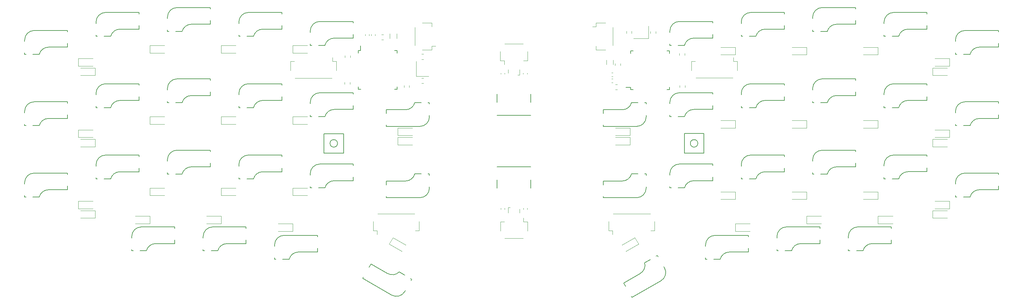
<source format=gbo>
G04 #@! TF.GenerationSoftware,KiCad,Pcbnew,(5.1.4)-1*
G04 #@! TF.CreationDate,2021-09-15T18:24:51-07:00*
G04 #@! TF.ProjectId,Panel,50616e65-6c2e-46b6-9963-61645f706362,rev?*
G04 #@! TF.SameCoordinates,Original*
G04 #@! TF.FileFunction,Legend,Bot*
G04 #@! TF.FilePolarity,Positive*
%FSLAX46Y46*%
G04 Gerber Fmt 4.6, Leading zero omitted, Abs format (unit mm)*
G04 Created by KiCad (PCBNEW (5.1.4)-1) date 2021-09-15 18:24:51*
%MOMM*%
%LPD*%
G04 APERTURE LIST*
%ADD10C,0.127000*%
%ADD11C,0.120000*%
%ADD12C,0.150000*%
G04 APERTURE END LIST*
D10*
X154095886Y-105145789D02*
X154095886Y-107345789D01*
X145155886Y-105145789D02*
X145155886Y-107345789D01*
X145155886Y-101675789D02*
X154095886Y-101675789D01*
D11*
X151125886Y-112945789D02*
X151125886Y-113945789D01*
X148125886Y-112445789D02*
X148625886Y-112445789D01*
X148125886Y-113945789D02*
X148125886Y-112445789D01*
X147135886Y-112683010D02*
X147135886Y-113008568D01*
X146115886Y-112683010D02*
X146115886Y-113008568D01*
X152115886Y-113008568D02*
X152115886Y-112683010D01*
X153135886Y-113008568D02*
X153135886Y-112683010D01*
X152065886Y-120730789D02*
X147185886Y-120730789D01*
X146015886Y-116260789D02*
X147065886Y-116260789D01*
X146015886Y-118760789D02*
X146015886Y-116260789D01*
X152185886Y-116260789D02*
X152185886Y-115270789D01*
X153235886Y-116260789D02*
X152185886Y-116260789D01*
X153235886Y-118760789D02*
X153235886Y-116260789D01*
X148120886Y-76695789D02*
X148120886Y-75695789D01*
X151120886Y-77195789D02*
X150620886Y-77195789D01*
X151120886Y-75695789D02*
X151120886Y-77195789D01*
X152110886Y-76958568D02*
X152110886Y-76633010D01*
X153130886Y-76958568D02*
X153130886Y-76633010D01*
X147130886Y-76633010D02*
X147130886Y-76958568D01*
X146110886Y-76633010D02*
X146110886Y-76958568D01*
X147180886Y-68910789D02*
X152060886Y-68910789D01*
X153230886Y-73380789D02*
X152180886Y-73380789D01*
X153230886Y-70880789D02*
X153230886Y-73380789D01*
X147060886Y-73380789D02*
X147060886Y-74370789D01*
X146010886Y-73380789D02*
X147060886Y-73380789D01*
X146010886Y-70880789D02*
X146010886Y-73380789D01*
D10*
X145150886Y-84495789D02*
X145150886Y-82295789D01*
X154090886Y-84495789D02*
X154090886Y-82295789D01*
X154090886Y-87965789D02*
X145150886Y-87965789D01*
D11*
X111674265Y-66659008D02*
X111674265Y-66333450D01*
X112694265Y-66659008D02*
X112694265Y-66333450D01*
X101224265Y-77981229D02*
X91344265Y-77981229D01*
X90174265Y-73511229D02*
X91224265Y-73511229D01*
X90174265Y-76011229D02*
X90174265Y-73511229D01*
X101344265Y-73511229D02*
X101344265Y-72521229D01*
X102394265Y-73511229D02*
X101344265Y-73511229D01*
X102394265Y-76011229D02*
X102394265Y-73511229D01*
D12*
X30864265Y-84313229D02*
X30864265Y-84694229D01*
X21974265Y-84313229D02*
X30864265Y-84313229D01*
X19434265Y-86853229D02*
X19434265Y-87234229D01*
X19815265Y-90663229D02*
X19434265Y-90663229D01*
X23320103Y-90663229D02*
X21593265Y-90663229D01*
X30864265Y-88758229D02*
X25784265Y-88758229D01*
X30864265Y-87742229D02*
X30864265Y-88758229D01*
X23320103Y-90682189D02*
G75*
G02X25784265Y-88758229I2464162J-616040D01*
G01*
X19434265Y-90282229D02*
X19434265Y-90663229D01*
X19434265Y-86853229D02*
G75*
G02X21974265Y-84313229I2540000J0D01*
G01*
D11*
X123634265Y-77496229D02*
X123634265Y-73496229D01*
X126934265Y-77496229D02*
X123634265Y-77496229D01*
X113344265Y-114211229D02*
X123224265Y-114211229D01*
X124394265Y-118681229D02*
X123344265Y-118681229D01*
X124394265Y-116181229D02*
X124394265Y-118681229D01*
X113224265Y-118681229D02*
X113224265Y-119671229D01*
X112174265Y-118681229D02*
X113224265Y-118681229D01*
X112174265Y-116181229D02*
X112174265Y-118681229D01*
X118455284Y-66194165D02*
X118455284Y-67398293D01*
X116635284Y-66194165D02*
X116635284Y-67398293D01*
X110074265Y-66659008D02*
X110074265Y-66333450D01*
X111094265Y-66659008D02*
X111094265Y-66333450D01*
D12*
X108784265Y-70621229D02*
X108784265Y-69346229D01*
X108209265Y-80971229D02*
X108209265Y-80296229D01*
X118559265Y-80971229D02*
X118559265Y-80296229D01*
X118559265Y-70621229D02*
X118559265Y-71296229D01*
X108209265Y-70621229D02*
X108209265Y-71296229D01*
X118559265Y-70621229D02*
X117884265Y-70621229D01*
X118559265Y-80971229D02*
X117884265Y-80971229D01*
X108209265Y-80971229D02*
X108884265Y-80971229D01*
X108209265Y-70621229D02*
X108784265Y-70621229D01*
X106864265Y-100911229D02*
X106864265Y-101292229D01*
X97974265Y-100911229D02*
X106864265Y-100911229D01*
X95434265Y-103451229D02*
X95434265Y-103832229D01*
X95815265Y-107261229D02*
X95434265Y-107261229D01*
X99320103Y-107261229D02*
X97593265Y-107261229D01*
X106864265Y-105356229D02*
X101784265Y-105356229D01*
X106864265Y-104340229D02*
X106864265Y-105356229D01*
X99320103Y-107280189D02*
G75*
G02X101784265Y-105356229I2464162J-616040D01*
G01*
X95434265Y-106880229D02*
X95434265Y-107261229D01*
X95434265Y-103451229D02*
G75*
G02X97974265Y-100911229I2540000J0D01*
G01*
X59364265Y-117661229D02*
X59364265Y-118042229D01*
X50474265Y-117661229D02*
X59364265Y-117661229D01*
X47934265Y-120201229D02*
X47934265Y-120582229D01*
X48315265Y-124011229D02*
X47934265Y-124011229D01*
X51820103Y-124011229D02*
X50093265Y-124011229D01*
X59364265Y-122106229D02*
X54284265Y-122106229D01*
X59364265Y-121090229D02*
X59364265Y-122106229D01*
X51820103Y-124030189D02*
G75*
G02X54284265Y-122106229I2464162J-616040D01*
G01*
X47934265Y-123630229D02*
X47934265Y-124011229D01*
X47934265Y-120201229D02*
G75*
G02X50474265Y-117661229I2540000J0D01*
G01*
X78364265Y-117661229D02*
X78364265Y-118042229D01*
X69474265Y-117661229D02*
X78364265Y-117661229D01*
X66934265Y-120201229D02*
X66934265Y-120582229D01*
X67315265Y-124011229D02*
X66934265Y-124011229D01*
X70820103Y-124011229D02*
X69093265Y-124011229D01*
X78364265Y-122106229D02*
X73284265Y-122106229D01*
X78364265Y-121090229D02*
X78364265Y-122106229D01*
X70820103Y-124030189D02*
G75*
G02X73284265Y-122106229I2464162J-616040D01*
G01*
X66934265Y-123630229D02*
X66934265Y-124011229D01*
X66934265Y-120201229D02*
G75*
G02X69474265Y-117661229I2540000J0D01*
G01*
X97364264Y-119911229D02*
X97364264Y-120292229D01*
X88474264Y-119911229D02*
X97364264Y-119911229D01*
X85934264Y-122451229D02*
X85934264Y-122832229D01*
X86315264Y-126261229D02*
X85934264Y-126261229D01*
X89820102Y-126261229D02*
X88093264Y-126261229D01*
X97364264Y-124356229D02*
X92284264Y-124356229D01*
X97364264Y-123340229D02*
X97364264Y-124356229D01*
X89820102Y-126280189D02*
G75*
G02X92284264Y-124356229I2464162J-616040D01*
G01*
X85934264Y-125880229D02*
X85934264Y-126261229D01*
X85934264Y-122451229D02*
G75*
G02X88474264Y-119911229I2540000J0D01*
G01*
X104284265Y-92796229D02*
X99084265Y-92796229D01*
X99084265Y-92796229D02*
X99084265Y-97996229D01*
X99084265Y-97996229D02*
X104284265Y-97996229D01*
X104284265Y-97996229D02*
X104284265Y-92796229D01*
X102684265Y-95396229D02*
G75*
G03X102684265Y-95396229I-1000000J0D01*
G01*
X68864265Y-97210229D02*
X68864265Y-97591229D01*
X59974265Y-97210229D02*
X68864265Y-97210229D01*
X57434265Y-99750229D02*
X57434265Y-100131229D01*
X57815265Y-103560229D02*
X57434265Y-103560229D01*
X61320103Y-103560229D02*
X59593265Y-103560229D01*
X68864265Y-101655229D02*
X63784265Y-101655229D01*
X68864265Y-100639229D02*
X68864265Y-101655229D01*
X61320103Y-103579189D02*
G75*
G02X63784265Y-101655229I2464162J-616040D01*
G01*
X57434265Y-103179229D02*
X57434265Y-103560229D01*
X57434265Y-99750229D02*
G75*
G02X59974265Y-97210229I2540000J0D01*
G01*
X109391354Y-131385416D02*
X109581854Y-131055461D01*
X117090320Y-135830416D02*
X109391354Y-131385416D01*
X120560024Y-134900712D02*
X120750524Y-134570756D01*
X122135069Y-131410655D02*
X122465024Y-131601155D01*
X119099790Y-129658236D02*
X120595275Y-130521655D01*
X111613854Y-127535934D02*
X116013263Y-130075934D01*
X111105854Y-128415815D02*
X111613854Y-127535934D01*
X119109270Y-129641817D02*
G75*
G02X116013263Y-130075934I-1826007J1765588D01*
G01*
X122274524Y-131931111D02*
X122465024Y-131601155D01*
X120560024Y-134900712D02*
G75*
G02X117090320Y-135830416I-2199704J1270000D01*
G01*
D11*
X123299265Y-69336229D02*
X123299265Y-64456229D01*
X127769265Y-63286229D02*
X127769265Y-64336229D01*
X125269265Y-63286229D02*
X127769265Y-63286229D01*
X127769265Y-69456229D02*
X128759265Y-69456229D01*
X127769265Y-70506229D02*
X127769265Y-69456229D01*
X125269265Y-70506229D02*
X127769265Y-70506229D01*
D12*
X68864265Y-78210229D02*
X68864265Y-78591229D01*
X59974265Y-78210229D02*
X68864265Y-78210229D01*
X57434265Y-80750229D02*
X57434265Y-81131229D01*
X57815265Y-84560229D02*
X57434265Y-84560229D01*
X61320103Y-84560229D02*
X59593265Y-84560229D01*
X68864265Y-82655229D02*
X63784265Y-82655229D01*
X68864265Y-81639229D02*
X68864265Y-82655229D01*
X61320103Y-84579189D02*
G75*
G02X63784265Y-82655229I2464162J-616040D01*
G01*
X57434265Y-84179229D02*
X57434265Y-84560229D01*
X57434265Y-80750229D02*
G75*
G02X59974265Y-78210229I2540000J0D01*
G01*
X115704265Y-109881229D02*
X115704265Y-109500229D01*
X124594265Y-109881229D02*
X115704265Y-109881229D01*
X127134265Y-107341229D02*
X127134265Y-106960229D01*
X126753265Y-103531229D02*
X127134265Y-103531229D01*
X123248427Y-103531229D02*
X124975265Y-103531229D01*
X115704265Y-105436229D02*
X120784265Y-105436229D01*
X115704265Y-106452229D02*
X115704265Y-105436229D01*
X123248427Y-103512269D02*
G75*
G02X120784265Y-105436229I-2464162J616040D01*
G01*
X127134265Y-103912229D02*
X127134265Y-103531229D01*
X127134265Y-107341229D02*
G75*
G02X124594265Y-109881229I-2540000J0D01*
G01*
X30864265Y-65313229D02*
X30864265Y-65694229D01*
X21974265Y-65313229D02*
X30864265Y-65313229D01*
X19434265Y-67853229D02*
X19434265Y-68234229D01*
X19815265Y-71663229D02*
X19434265Y-71663229D01*
X23320103Y-71663229D02*
X21593265Y-71663229D01*
X30864265Y-69758229D02*
X25784265Y-69758229D01*
X30864265Y-68742229D02*
X30864265Y-69758229D01*
X23320103Y-71682189D02*
G75*
G02X25784265Y-69758229I2464162J-616040D01*
G01*
X19434265Y-71282229D02*
X19434265Y-71663229D01*
X19434265Y-67853229D02*
G75*
G02X21974265Y-65313229I2540000J0D01*
G01*
X49864265Y-60513230D02*
X49864265Y-60894230D01*
X40974265Y-60513230D02*
X49864265Y-60513230D01*
X38434265Y-63053230D02*
X38434265Y-63434230D01*
X38815265Y-66863230D02*
X38434265Y-66863230D01*
X42320103Y-66863230D02*
X40593265Y-66863230D01*
X49864265Y-64958230D02*
X44784265Y-64958230D01*
X49864265Y-63942230D02*
X49864265Y-64958230D01*
X42320103Y-66882190D02*
G75*
G02X44784265Y-64958230I2464162J-616040D01*
G01*
X38434265Y-66482230D02*
X38434265Y-66863230D01*
X38434265Y-63053230D02*
G75*
G02X40974265Y-60513230I2540000J0D01*
G01*
X87864265Y-79514229D02*
X87864265Y-79895229D01*
X78974265Y-79514229D02*
X87864265Y-79514229D01*
X76434265Y-82054229D02*
X76434265Y-82435229D01*
X76815265Y-85864229D02*
X76434265Y-85864229D01*
X80320103Y-85864229D02*
X78593265Y-85864229D01*
X87864265Y-83959229D02*
X82784265Y-83959229D01*
X87864265Y-82943229D02*
X87864265Y-83959229D01*
X80320103Y-85883189D02*
G75*
G02X82784265Y-83959229I2464162J-616040D01*
G01*
X76434265Y-85483229D02*
X76434265Y-85864229D01*
X76434265Y-82054229D02*
G75*
G02X78974265Y-79514229I2540000J0D01*
G01*
X30864265Y-103313229D02*
X30864265Y-103694229D01*
X21974265Y-103313229D02*
X30864265Y-103313229D01*
X19434265Y-105853229D02*
X19434265Y-106234229D01*
X19815265Y-109663229D02*
X19434265Y-109663229D01*
X23320103Y-109663229D02*
X21593265Y-109663229D01*
X30864265Y-107758229D02*
X25784265Y-107758229D01*
X30864265Y-106742229D02*
X30864265Y-107758229D01*
X23320103Y-109682189D02*
G75*
G02X25784265Y-107758229I2464162J-616040D01*
G01*
X19434265Y-109282229D02*
X19434265Y-109663229D01*
X19434265Y-105853229D02*
G75*
G02X21974265Y-103313229I2540000J0D01*
G01*
X87864265Y-98514229D02*
X87864265Y-98895229D01*
X78974265Y-98514229D02*
X87864265Y-98514229D01*
X76434265Y-101054229D02*
X76434265Y-101435229D01*
X76815265Y-104864229D02*
X76434265Y-104864229D01*
X80320103Y-104864229D02*
X78593265Y-104864229D01*
X87864265Y-102959229D02*
X82784265Y-102959229D01*
X87864265Y-101943229D02*
X87864265Y-102959229D01*
X80320103Y-104883189D02*
G75*
G02X82784265Y-102959229I2464162J-616040D01*
G01*
X76434265Y-104483229D02*
X76434265Y-104864229D01*
X76434265Y-101054229D02*
G75*
G02X78974265Y-98514229I2540000J0D01*
G01*
X49864265Y-79513229D02*
X49864265Y-79894229D01*
X40974265Y-79513229D02*
X49864265Y-79513229D01*
X38434265Y-82053229D02*
X38434265Y-82434229D01*
X38815265Y-85863229D02*
X38434265Y-85863229D01*
X42320103Y-85863229D02*
X40593265Y-85863229D01*
X49864265Y-83958229D02*
X44784265Y-83958229D01*
X49864265Y-82942229D02*
X49864265Y-83958229D01*
X42320103Y-85882189D02*
G75*
G02X44784265Y-83958229I2464162J-616040D01*
G01*
X38434265Y-85482229D02*
X38434265Y-85863229D01*
X38434265Y-82053229D02*
G75*
G02X40974265Y-79513229I2540000J0D01*
G01*
X115704265Y-90881229D02*
X115704265Y-90500229D01*
X124594265Y-90881229D02*
X115704265Y-90881229D01*
X127134265Y-88341229D02*
X127134265Y-87960229D01*
X126753265Y-84531229D02*
X127134265Y-84531229D01*
X123248427Y-84531229D02*
X124975265Y-84531229D01*
X115704265Y-86436229D02*
X120784265Y-86436229D01*
X115704265Y-87452229D02*
X115704265Y-86436229D01*
X123248427Y-84512269D02*
G75*
G02X120784265Y-86436229I-2464162J616040D01*
G01*
X127134265Y-84912229D02*
X127134265Y-84531229D01*
X127134265Y-88341229D02*
G75*
G02X124594265Y-90881229I-2540000J0D01*
G01*
X87864265Y-60514229D02*
X87864265Y-60895229D01*
X78974265Y-60514229D02*
X87864265Y-60514229D01*
X76434265Y-63054229D02*
X76434265Y-63435229D01*
X76815265Y-66864229D02*
X76434265Y-66864229D01*
X80320103Y-66864229D02*
X78593265Y-66864229D01*
X87864265Y-64959229D02*
X82784265Y-64959229D01*
X87864265Y-63943229D02*
X87864265Y-64959229D01*
X80320103Y-66883189D02*
G75*
G02X82784265Y-64959229I2464162J-616040D01*
G01*
X76434265Y-66483229D02*
X76434265Y-66864229D01*
X76434265Y-63054229D02*
G75*
G02X78974265Y-60514229I2540000J0D01*
G01*
X68864265Y-59210228D02*
X68864265Y-59591228D01*
X59974265Y-59210228D02*
X68864265Y-59210228D01*
X57434265Y-61750228D02*
X57434265Y-62131228D01*
X57815265Y-65560228D02*
X57434265Y-65560228D01*
X61320103Y-65560228D02*
X59593265Y-65560228D01*
X68864265Y-63655228D02*
X63784265Y-63655228D01*
X68864265Y-62639228D02*
X68864265Y-63655228D01*
X61320103Y-65579188D02*
G75*
G02X63784265Y-63655228I2464162J-616040D01*
G01*
X57434265Y-65179228D02*
X57434265Y-65560228D01*
X57434265Y-61750228D02*
G75*
G02X59974265Y-59210228I2540000J0D01*
G01*
D11*
X90734265Y-116796229D02*
X86834265Y-116796229D01*
X90734265Y-118796229D02*
X86834265Y-118796229D01*
X90734265Y-116796229D02*
X90734265Y-118796229D01*
D12*
X49864265Y-98513229D02*
X49864265Y-98894229D01*
X40974265Y-98513229D02*
X49864265Y-98513229D01*
X38434265Y-101053229D02*
X38434265Y-101434229D01*
X38815265Y-104863229D02*
X38434265Y-104863229D01*
X42320103Y-104863229D02*
X40593265Y-104863229D01*
X49864265Y-102958229D02*
X44784265Y-102958229D01*
X49864265Y-101942229D02*
X49864265Y-102958229D01*
X42320103Y-104882189D02*
G75*
G02X44784265Y-102958229I2464162J-616040D01*
G01*
X38434265Y-104482229D02*
X38434265Y-104863229D01*
X38434265Y-101053229D02*
G75*
G02X40974265Y-98513229I2540000J0D01*
G01*
X106864265Y-62911230D02*
X106864265Y-63292230D01*
X97974265Y-62911230D02*
X106864265Y-62911230D01*
X95434265Y-65451230D02*
X95434265Y-65832230D01*
X95815265Y-69261230D02*
X95434265Y-69261230D01*
X99320103Y-69261230D02*
X97593265Y-69261230D01*
X106864265Y-67356230D02*
X101784265Y-67356230D01*
X106864265Y-66340230D02*
X106864265Y-67356230D01*
X99320103Y-69280190D02*
G75*
G02X101784265Y-67356230I2464162J-616040D01*
G01*
X95434265Y-68880230D02*
X95434265Y-69261230D01*
X95434265Y-65451230D02*
G75*
G02X97974265Y-62911230I2540000J0D01*
G01*
X106864265Y-81911229D02*
X106864265Y-82292229D01*
X97974265Y-81911229D02*
X106864265Y-81911229D01*
X95434265Y-84451229D02*
X95434265Y-84832229D01*
X95815265Y-88261229D02*
X95434265Y-88261229D01*
X99320103Y-88261229D02*
X97593265Y-88261229D01*
X106864265Y-86356229D02*
X101784265Y-86356229D01*
X106864265Y-85340229D02*
X106864265Y-86356229D01*
X99320103Y-88280189D02*
G75*
G02X101784265Y-86356229I2464162J-616040D01*
G01*
X95434265Y-87880229D02*
X95434265Y-88261229D01*
X95434265Y-84451229D02*
G75*
G02X97974265Y-81911229I2540000J0D01*
G01*
D11*
X52734265Y-90296229D02*
X56634265Y-90296229D01*
X52734265Y-88296229D02*
X56634265Y-88296229D01*
X52734265Y-90296229D02*
X52734265Y-88296229D01*
X38234265Y-113296229D02*
X34334265Y-113296229D01*
X38234265Y-115296229D02*
X34334265Y-115296229D01*
X38234265Y-113296229D02*
X38234265Y-115296229D01*
X71734265Y-109296229D02*
X75634265Y-109296229D01*
X71734265Y-107296229D02*
X75634265Y-107296229D01*
X71734265Y-109296229D02*
X71734265Y-107296229D01*
X118734265Y-95796229D02*
X122634265Y-95796229D01*
X118734265Y-93796229D02*
X122634265Y-93796229D01*
X118734265Y-95796229D02*
X118734265Y-93796229D01*
X90734265Y-109296229D02*
X94634265Y-109296229D01*
X90734265Y-107296229D02*
X94634265Y-107296229D01*
X90734265Y-109296229D02*
X90734265Y-107296229D01*
X71734265Y-90296229D02*
X75634265Y-90296229D01*
X71734265Y-88296229D02*
X75634265Y-88296229D01*
X71734265Y-90296229D02*
X71734265Y-88296229D01*
X52734265Y-109296229D02*
X56634265Y-109296229D01*
X52734265Y-107296229D02*
X56634265Y-107296229D01*
X52734265Y-109296229D02*
X52734265Y-107296229D01*
X90734265Y-71296229D02*
X94634265Y-71296229D01*
X90734265Y-69296229D02*
X94634265Y-69296229D01*
X90734265Y-71296229D02*
X90734265Y-69296229D01*
X118734264Y-93296229D02*
X122634264Y-93296229D01*
X118734264Y-91296229D02*
X122634264Y-91296229D01*
X118734264Y-93296229D02*
X118734264Y-91296229D01*
X33734265Y-112796229D02*
X37634265Y-112796229D01*
X33734265Y-110796229D02*
X37634265Y-110796229D01*
X33734265Y-112796229D02*
X33734265Y-110796229D01*
X52734265Y-71296229D02*
X56634265Y-71296229D01*
X52734265Y-69296229D02*
X56634265Y-69296229D01*
X52734265Y-71296229D02*
X52734265Y-69296229D01*
X90734265Y-90296229D02*
X94634265Y-90296229D01*
X90734265Y-88296229D02*
X94634265Y-88296229D01*
X90734265Y-90296229D02*
X90734265Y-88296229D01*
X71734265Y-114796229D02*
X67834265Y-114796229D01*
X71734265Y-116796229D02*
X67834265Y-116796229D01*
X71734265Y-114796229D02*
X71734265Y-116796229D01*
X71734264Y-71296229D02*
X75634264Y-71296229D01*
X71734264Y-69296229D02*
X75634264Y-69296229D01*
X71734264Y-71296229D02*
X71734264Y-69296229D01*
X33734265Y-93796229D02*
X37634265Y-93796229D01*
X33734265Y-91796229D02*
X37634265Y-91796229D01*
X33734265Y-93796229D02*
X33734265Y-91796229D01*
X116435708Y-122237254D02*
X119813207Y-124187254D01*
X117435708Y-120505204D02*
X120813207Y-122455204D01*
X116435708Y-122237254D02*
X117435708Y-120505204D01*
X33734265Y-74796229D02*
X37634265Y-74796229D01*
X33734265Y-72796229D02*
X37634265Y-72796229D01*
X33734265Y-74796229D02*
X33734265Y-72796229D01*
X52734264Y-114796229D02*
X48834264Y-114796229D01*
X52734264Y-116796229D02*
X48834264Y-116796229D01*
X52734264Y-114796229D02*
X52734264Y-116796229D01*
X38234265Y-75296229D02*
X34334265Y-75296229D01*
X38234265Y-77296229D02*
X34334265Y-77296229D01*
X38234265Y-75296229D02*
X38234265Y-77296229D01*
X106094265Y-72037651D02*
X106094265Y-72554807D01*
X104674265Y-72037651D02*
X104674265Y-72554807D01*
X38234265Y-94296229D02*
X34334265Y-94296229D01*
X38234265Y-96296229D02*
X34334265Y-96296229D01*
X38234265Y-94296229D02*
X38234265Y-96296229D01*
X125542843Y-73006229D02*
X125025687Y-73006229D01*
X125542843Y-71586229D02*
X125025687Y-71586229D01*
X125025687Y-77986229D02*
X125542843Y-77986229D01*
X125025687Y-79406229D02*
X125542843Y-79406229D01*
X120374265Y-80454807D02*
X120374265Y-79937651D01*
X121794265Y-80454807D02*
X121794265Y-79937651D01*
X114942843Y-67806229D02*
X114425687Y-67806229D01*
X114942843Y-66386229D02*
X114425687Y-66386229D01*
X104574264Y-79654807D02*
X104574264Y-79137651D01*
X105994264Y-79654807D02*
X105994264Y-79137651D01*
D12*
X229111773Y-80747578D02*
G75*
G02X231651773Y-78207578I2540000J0D01*
G01*
X229111773Y-84176578D02*
X229111773Y-84557578D01*
X232997611Y-84576538D02*
G75*
G02X235461773Y-82652578I2464162J-616040D01*
G01*
X240541773Y-81636578D02*
X240541773Y-82652578D01*
X240541773Y-82652578D02*
X235461773Y-82652578D01*
X232997611Y-84557578D02*
X231270773Y-84557578D01*
X229492773Y-84557578D02*
X229111773Y-84557578D01*
X229111773Y-80747578D02*
X229111773Y-81128578D01*
X231651773Y-78207578D02*
X240541773Y-78207578D01*
X240541773Y-78207578D02*
X240541773Y-78588578D01*
X191111772Y-65448578D02*
G75*
G02X193651772Y-62908578I2540000J0D01*
G01*
X191111772Y-68877578D02*
X191111772Y-69258578D01*
X194997610Y-69277538D02*
G75*
G02X197461772Y-67353578I2464162J-616040D01*
G01*
X202541772Y-66337578D02*
X202541772Y-67353578D01*
X202541772Y-67353578D02*
X197461772Y-67353578D01*
X194997610Y-69258578D02*
X193270772Y-69258578D01*
X191492772Y-69258578D02*
X191111772Y-69258578D01*
X191111772Y-65448578D02*
X191111772Y-65829578D01*
X193651772Y-62908578D02*
X202541772Y-62908578D01*
X202541772Y-62908578D02*
X202541772Y-63289578D01*
X210111772Y-63051577D02*
G75*
G02X212651772Y-60511577I2540000J0D01*
G01*
X210111772Y-66480577D02*
X210111772Y-66861577D01*
X213997610Y-66880537D02*
G75*
G02X216461772Y-64956577I2464162J-616040D01*
G01*
X221541772Y-63940577D02*
X221541772Y-64956577D01*
X221541772Y-64956577D02*
X216461772Y-64956577D01*
X213997610Y-66861577D02*
X212270772Y-66861577D01*
X210492772Y-66861577D02*
X210111772Y-66861577D01*
X210111772Y-63051577D02*
X210111772Y-63432577D01*
X212651772Y-60511577D02*
X221541772Y-60511577D01*
X221541772Y-60511577D02*
X221541772Y-60892577D01*
X189684534Y-128548060D02*
G75*
G02X188754830Y-132017764I-2199704J-1270000D01*
G01*
X187970034Y-125578459D02*
X187779534Y-125248503D01*
X184404820Y-127175003D02*
G75*
G02X183232773Y-130073282I-2442047J-698574D01*
G01*
X179341364Y-133493163D02*
X178833364Y-132613282D01*
X178833364Y-132613282D02*
X183232773Y-130073282D01*
X184414300Y-127191422D02*
X185909785Y-126328003D01*
X187449579Y-125439003D02*
X187779534Y-125248503D01*
X189684534Y-128548060D02*
X189494034Y-128218104D01*
X188754830Y-132017764D02*
X181055864Y-136462764D01*
X181055864Y-136462764D02*
X180865364Y-136132809D01*
X267111772Y-67850578D02*
G75*
G02X269651772Y-65310578I2540000J0D01*
G01*
X267111772Y-71279578D02*
X267111772Y-71660578D01*
X270997610Y-71679538D02*
G75*
G02X273461772Y-69755578I2464162J-616040D01*
G01*
X278541772Y-68739578D02*
X278541772Y-69755578D01*
X278541772Y-69755578D02*
X273461772Y-69755578D01*
X270997610Y-71660578D02*
X269270772Y-71660578D01*
X267492772Y-71660578D02*
X267111772Y-71660578D01*
X267111772Y-67850578D02*
X267111772Y-68231578D01*
X269651772Y-65310578D02*
X278541772Y-65310578D01*
X278541772Y-65310578D02*
X278541772Y-65691578D01*
X248111772Y-63050578D02*
G75*
G02X250651772Y-60510578I2540000J0D01*
G01*
X248111772Y-66479578D02*
X248111772Y-66860578D01*
X251997610Y-66879538D02*
G75*
G02X254461772Y-64955578I2464162J-616040D01*
G01*
X259541772Y-63939578D02*
X259541772Y-64955578D01*
X259541772Y-64955578D02*
X254461772Y-64955578D01*
X251997610Y-66860578D02*
X250270772Y-66860578D01*
X248492772Y-66860578D02*
X248111772Y-66860578D01*
X248111772Y-63050578D02*
X248111772Y-63431578D01*
X250651772Y-60510578D02*
X259541772Y-60510578D01*
X259541772Y-60510578D02*
X259541772Y-60891578D01*
X191111772Y-103448577D02*
G75*
G02X193651772Y-100908577I2540000J0D01*
G01*
X191111772Y-106877577D02*
X191111772Y-107258577D01*
X194997610Y-107277537D02*
G75*
G02X197461772Y-105353577I2464162J-616040D01*
G01*
X202541772Y-104337577D02*
X202541772Y-105353577D01*
X202541772Y-105353577D02*
X197461772Y-105353577D01*
X194997610Y-107258577D02*
X193270772Y-107258577D01*
X191492772Y-107258577D02*
X191111772Y-107258577D01*
X191111772Y-103448577D02*
X191111772Y-103829577D01*
X193651772Y-100908577D02*
X202541772Y-100908577D01*
X202541772Y-100908577D02*
X202541772Y-101289577D01*
X210111772Y-101051577D02*
G75*
G02X212651772Y-98511577I2540000J0D01*
G01*
X210111772Y-104480577D02*
X210111772Y-104861577D01*
X213997610Y-104880537D02*
G75*
G02X216461772Y-102956577I2464162J-616040D01*
G01*
X221541772Y-101940577D02*
X221541772Y-102956577D01*
X221541772Y-102956577D02*
X216461772Y-102956577D01*
X213997610Y-104861577D02*
X212270772Y-104861577D01*
X210492772Y-104861577D02*
X210111772Y-104861577D01*
X210111772Y-101051577D02*
X210111772Y-101432577D01*
X212651772Y-98511577D02*
X221541772Y-98511577D01*
X221541772Y-98511577D02*
X221541772Y-98892577D01*
X248111772Y-82050578D02*
G75*
G02X250651772Y-79510578I2540000J0D01*
G01*
X248111772Y-85479578D02*
X248111772Y-85860578D01*
X251997610Y-85879538D02*
G75*
G02X254461772Y-83955578I2464162J-616040D01*
G01*
X259541772Y-82939578D02*
X259541772Y-83955578D01*
X259541772Y-83955578D02*
X254461772Y-83955578D01*
X251997610Y-85860578D02*
X250270772Y-85860578D01*
X248492772Y-85860578D02*
X248111772Y-85860578D01*
X248111772Y-82050578D02*
X248111772Y-82431578D01*
X250651772Y-79510578D02*
X259541772Y-79510578D01*
X259541772Y-79510578D02*
X259541772Y-79891578D01*
X210111772Y-82051578D02*
G75*
G02X212651772Y-79511578I2540000J0D01*
G01*
X210111772Y-85480578D02*
X210111772Y-85861578D01*
X213997610Y-85880538D02*
G75*
G02X216461772Y-83956578I2464162J-616040D01*
G01*
X221541772Y-82940578D02*
X221541772Y-83956578D01*
X221541772Y-83956578D02*
X216461772Y-83956578D01*
X213997610Y-85861578D02*
X212270772Y-85861578D01*
X210492772Y-85861578D02*
X210111772Y-85861578D01*
X210111772Y-82051578D02*
X210111772Y-82432578D01*
X212651772Y-79511578D02*
X221541772Y-79511578D01*
X221541772Y-79511578D02*
X221541772Y-79892578D01*
X229111772Y-61747577D02*
G75*
G02X231651772Y-59207577I2540000J0D01*
G01*
X229111772Y-65176577D02*
X229111772Y-65557577D01*
X232997610Y-65576537D02*
G75*
G02X235461772Y-63652577I2464162J-616040D01*
G01*
X240541772Y-62636577D02*
X240541772Y-63652577D01*
X240541772Y-63652577D02*
X235461772Y-63652577D01*
X232997610Y-65557577D02*
X231270772Y-65557577D01*
X229492772Y-65557577D02*
X229111772Y-65557577D01*
X229111772Y-61747577D02*
X229111772Y-62128577D01*
X231651772Y-59207577D02*
X240541772Y-59207577D01*
X240541772Y-59207577D02*
X240541772Y-59588577D01*
X191111772Y-84448578D02*
G75*
G02X193651772Y-81908578I2540000J0D01*
G01*
X191111772Y-87877578D02*
X191111772Y-88258578D01*
X194997610Y-88277538D02*
G75*
G02X197461772Y-86353578I2464162J-616040D01*
G01*
X202541772Y-85337578D02*
X202541772Y-86353578D01*
X202541772Y-86353578D02*
X197461772Y-86353578D01*
X194997610Y-88258578D02*
X193270772Y-88258578D01*
X191492772Y-88258578D02*
X191111772Y-88258578D01*
X191111772Y-84448578D02*
X191111772Y-84829578D01*
X193651772Y-81908578D02*
X202541772Y-81908578D01*
X202541772Y-81908578D02*
X202541772Y-82289578D01*
X184811772Y-107338577D02*
G75*
G02X182271772Y-109878577I-2540000J0D01*
G01*
X184811772Y-103909577D02*
X184811772Y-103528577D01*
X180925934Y-103509617D02*
G75*
G02X178461772Y-105433577I-2464162J616040D01*
G01*
X173381772Y-106449577D02*
X173381772Y-105433577D01*
X173381772Y-105433577D02*
X178461772Y-105433577D01*
X180925934Y-103528577D02*
X182652772Y-103528577D01*
X184430772Y-103528577D02*
X184811772Y-103528577D01*
X184811772Y-107338577D02*
X184811772Y-106957577D01*
X182271772Y-109878577D02*
X173381772Y-109878577D01*
X173381772Y-109878577D02*
X173381772Y-109497577D01*
X184811773Y-88338578D02*
G75*
G02X182271773Y-90878578I-2540000J0D01*
G01*
X184811773Y-84909578D02*
X184811773Y-84528578D01*
X180925935Y-84509618D02*
G75*
G02X178461773Y-86433578I-2464162J616040D01*
G01*
X173381773Y-87449578D02*
X173381773Y-86433578D01*
X173381773Y-86433578D02*
X178461773Y-86433578D01*
X180925935Y-84528578D02*
X182652773Y-84528578D01*
X184430773Y-84528578D02*
X184811773Y-84528578D01*
X184811773Y-88338578D02*
X184811773Y-87957578D01*
X182271773Y-90878578D02*
X173381773Y-90878578D01*
X173381773Y-90878578D02*
X173381773Y-90497578D01*
X238611772Y-120198578D02*
G75*
G02X241151772Y-117658578I2540000J0D01*
G01*
X238611772Y-123627578D02*
X238611772Y-124008578D01*
X242497610Y-124027538D02*
G75*
G02X244961772Y-122103578I2464162J-616040D01*
G01*
X250041772Y-121087578D02*
X250041772Y-122103578D01*
X250041772Y-122103578D02*
X244961772Y-122103578D01*
X242497610Y-124008578D02*
X240770772Y-124008578D01*
X238992772Y-124008578D02*
X238611772Y-124008578D01*
X238611772Y-120198578D02*
X238611772Y-120579578D01*
X241151772Y-117658578D02*
X250041772Y-117658578D01*
X250041772Y-117658578D02*
X250041772Y-118039578D01*
X219611772Y-120198578D02*
G75*
G02X222151772Y-117658578I2540000J0D01*
G01*
X219611772Y-123627578D02*
X219611772Y-124008578D01*
X223497610Y-124027538D02*
G75*
G02X225961772Y-122103578I2464162J-616040D01*
G01*
X231041772Y-121087578D02*
X231041772Y-122103578D01*
X231041772Y-122103578D02*
X225961772Y-122103578D01*
X223497610Y-124008578D02*
X221770772Y-124008578D01*
X219992772Y-124008578D02*
X219611772Y-124008578D01*
X219611772Y-120198578D02*
X219611772Y-120579578D01*
X222151772Y-117658578D02*
X231041772Y-117658578D01*
X231041772Y-117658578D02*
X231041772Y-118039578D01*
X200611772Y-122448577D02*
G75*
G02X203151772Y-119908577I2540000J0D01*
G01*
X200611772Y-125877577D02*
X200611772Y-126258577D01*
X204497610Y-126277537D02*
G75*
G02X206961772Y-124353577I2464162J-616040D01*
G01*
X212041772Y-123337577D02*
X212041772Y-124353577D01*
X212041772Y-124353577D02*
X206961772Y-124353577D01*
X204497610Y-126258577D02*
X202770772Y-126258577D01*
X200992772Y-126258577D02*
X200611772Y-126258577D01*
X200611772Y-122448577D02*
X200611772Y-122829577D01*
X203151772Y-119908577D02*
X212041772Y-119908577D01*
X212041772Y-119908577D02*
X212041772Y-120289577D01*
X248111772Y-101050577D02*
G75*
G02X250651772Y-98510577I2540000J0D01*
G01*
X248111772Y-104479577D02*
X248111772Y-104860577D01*
X251997610Y-104879537D02*
G75*
G02X254461772Y-102955577I2464162J-616040D01*
G01*
X259541772Y-101939577D02*
X259541772Y-102955577D01*
X259541772Y-102955577D02*
X254461772Y-102955577D01*
X251997610Y-104860577D02*
X250270772Y-104860577D01*
X248492772Y-104860577D02*
X248111772Y-104860577D01*
X248111772Y-101050577D02*
X248111772Y-101431577D01*
X250651772Y-98510577D02*
X259541772Y-98510577D01*
X259541772Y-98510577D02*
X259541772Y-98891577D01*
X229111772Y-99747577D02*
G75*
G02X231651772Y-97207577I2540000J0D01*
G01*
X229111772Y-103176577D02*
X229111772Y-103557577D01*
X232997610Y-103576537D02*
G75*
G02X235461772Y-101652577I2464162J-616040D01*
G01*
X240541772Y-100636577D02*
X240541772Y-101652577D01*
X240541772Y-101652577D02*
X235461772Y-101652577D01*
X232997610Y-103557577D02*
X231270772Y-103557577D01*
X229492772Y-103557577D02*
X229111772Y-103557577D01*
X229111772Y-99747577D02*
X229111772Y-100128577D01*
X231651772Y-97207577D02*
X240541772Y-97207577D01*
X240541772Y-97207577D02*
X240541772Y-97588577D01*
X267111772Y-86850578D02*
G75*
G02X269651772Y-84310578I2540000J0D01*
G01*
X267111772Y-90279578D02*
X267111772Y-90660578D01*
X270997610Y-90679538D02*
G75*
G02X273461772Y-88755578I2464162J-616040D01*
G01*
X278541772Y-87739578D02*
X278541772Y-88755578D01*
X278541772Y-88755578D02*
X273461772Y-88755578D01*
X270997610Y-90660578D02*
X269270772Y-90660578D01*
X267492772Y-90660578D02*
X267111772Y-90660578D01*
X267111772Y-86850578D02*
X267111772Y-87231578D01*
X269651772Y-84310578D02*
X278541772Y-84310578D01*
X278541772Y-84310578D02*
X278541772Y-84691578D01*
X267111772Y-105850577D02*
G75*
G02X269651772Y-103310577I2540000J0D01*
G01*
X267111772Y-109279577D02*
X267111772Y-109660577D01*
X270997610Y-109679537D02*
G75*
G02X273461772Y-107755577I2464162J-616040D01*
G01*
X278541772Y-106739577D02*
X278541772Y-107755577D01*
X278541772Y-107755577D02*
X273461772Y-107755577D01*
X270997610Y-109660577D02*
X269270772Y-109660577D01*
X267492772Y-109660577D02*
X267111772Y-109660577D01*
X267111772Y-105850577D02*
X267111772Y-106231577D01*
X269651772Y-103310577D02*
X278541772Y-103310577D01*
X278541772Y-103310577D02*
X278541772Y-103691577D01*
D11*
X181810330Y-120502553D02*
X178432831Y-122452553D01*
X182810330Y-122234603D02*
X179432831Y-124184603D01*
X181810330Y-120502553D02*
X182810330Y-122234603D01*
X261011773Y-115293578D02*
X264911773Y-115293578D01*
X261011773Y-113293578D02*
X264911773Y-113293578D01*
X261011773Y-115293578D02*
X261011773Y-113293578D01*
X261011773Y-96293578D02*
X264911773Y-96293578D01*
X261011773Y-94293578D02*
X264911773Y-94293578D01*
X261011773Y-96293578D02*
X261011773Y-94293578D01*
X261011773Y-77293578D02*
X264911773Y-77293578D01*
X261011773Y-75293578D02*
X264911773Y-75293578D01*
X261011773Y-77293578D02*
X261011773Y-75293578D01*
X265511773Y-110793578D02*
X261611773Y-110793578D01*
X265511773Y-112793578D02*
X261611773Y-112793578D01*
X265511773Y-110793578D02*
X265511773Y-112793578D01*
X265511773Y-91793578D02*
X261611773Y-91793578D01*
X265511773Y-93793578D02*
X261611773Y-93793578D01*
X265511773Y-91793578D02*
X265511773Y-93793578D01*
X265511773Y-72793578D02*
X261611773Y-72793578D01*
X265511773Y-74793578D02*
X261611773Y-74793578D01*
X265511773Y-72793578D02*
X265511773Y-74793578D01*
X246511773Y-108293578D02*
X242611773Y-108293578D01*
X246511773Y-110293578D02*
X242611773Y-110293578D01*
X246511773Y-108293578D02*
X246511773Y-110293578D01*
X246511773Y-89293578D02*
X242611773Y-89293578D01*
X246511773Y-91293578D02*
X242611773Y-91293578D01*
X246511773Y-89293578D02*
X246511773Y-91293578D01*
X246511773Y-69793578D02*
X242611773Y-69793578D01*
X246511773Y-71793578D02*
X242611773Y-71793578D01*
X246511773Y-69793578D02*
X246511773Y-71793578D01*
X246511773Y-116793578D02*
X250411773Y-116793578D01*
X246511773Y-114793578D02*
X250411773Y-114793578D01*
X246511773Y-116793578D02*
X246511773Y-114793578D01*
X227511773Y-108293578D02*
X223611773Y-108293578D01*
X227511773Y-110293578D02*
X223611773Y-110293578D01*
X227511773Y-108293578D02*
X227511773Y-110293578D01*
X227511773Y-89293578D02*
X223611773Y-89293578D01*
X227511773Y-91293578D02*
X223611773Y-91293578D01*
X227511773Y-89293578D02*
X227511773Y-91293578D01*
X227511773Y-69793578D02*
X223611773Y-69793578D01*
X227511773Y-71793578D02*
X223611773Y-71793578D01*
X227511773Y-69793578D02*
X227511773Y-71793578D01*
X227511773Y-116793578D02*
X231411773Y-116793578D01*
X227511773Y-114793578D02*
X231411773Y-114793578D01*
X227511773Y-116793578D02*
X227511773Y-114793578D01*
X208511773Y-108293578D02*
X204611773Y-108293578D01*
X208511773Y-110293578D02*
X204611773Y-110293578D01*
X208511773Y-108293578D02*
X208511773Y-110293578D01*
X208511773Y-89293578D02*
X204611773Y-89293578D01*
X208511773Y-91293578D02*
X204611773Y-91293578D01*
X208511773Y-89293578D02*
X208511773Y-91293578D01*
X208511773Y-69793578D02*
X204611773Y-69793578D01*
X208511773Y-71793578D02*
X204611773Y-71793578D01*
X208511773Y-69793578D02*
X208511773Y-71793578D01*
X208511773Y-118793578D02*
X212411773Y-118793578D01*
X208511773Y-116793578D02*
X212411773Y-116793578D01*
X208511773Y-118793578D02*
X208511773Y-116793578D01*
X180511773Y-93793578D02*
X176611773Y-93793578D01*
X180511773Y-95793578D02*
X176611773Y-95793578D01*
X180511773Y-93793578D02*
X180511773Y-95793578D01*
X180511773Y-91293578D02*
X176611773Y-91293578D01*
X180511773Y-93293578D02*
X176611773Y-93293578D01*
X180511773Y-91293578D02*
X180511773Y-93293578D01*
X185461773Y-67443578D02*
X181461773Y-67443578D01*
X185461773Y-64143578D02*
X185461773Y-67443578D01*
D12*
X180690399Y-80497821D02*
X179415399Y-80497821D01*
X191040399Y-81072821D02*
X190365399Y-81072821D01*
X191040399Y-70722821D02*
X190365399Y-70722821D01*
X180690399Y-70722821D02*
X181365399Y-70722821D01*
X180690399Y-81072821D02*
X181365399Y-81072821D01*
X180690399Y-70722821D02*
X180690399Y-71397821D01*
X191040399Y-70722821D02*
X191040399Y-71397821D01*
X191040399Y-81072821D02*
X191040399Y-80397821D01*
X180690399Y-81072821D02*
X180690399Y-80497821D01*
X194961773Y-97993578D02*
X200161773Y-97993578D01*
X200161773Y-97993578D02*
X200161773Y-92793578D01*
X200161773Y-92793578D02*
X194961773Y-92793578D01*
X194961773Y-92793578D02*
X194961773Y-97993578D01*
X198561773Y-95393578D02*
G75*
G03X198561773Y-95393578I-1000000J0D01*
G01*
D11*
X175928178Y-77607821D02*
X175602620Y-77607821D01*
X175928178Y-76587821D02*
X175602620Y-76587821D01*
X175928178Y-79207821D02*
X175602620Y-79207821D01*
X175928178Y-78187821D02*
X175602620Y-78187821D01*
X207901773Y-77978578D02*
X198021773Y-77978578D01*
X196851773Y-73508578D02*
X197901773Y-73508578D01*
X196851773Y-76008578D02*
X196851773Y-73508578D01*
X208021773Y-73508578D02*
X208021773Y-72518578D01*
X209071773Y-73508578D02*
X208021773Y-73508578D01*
X209071773Y-76008578D02*
X209071773Y-73508578D01*
X176021772Y-114206578D02*
X185901772Y-114206578D01*
X187071772Y-118676578D02*
X186021772Y-118676578D01*
X187071772Y-116176578D02*
X187071772Y-118676578D01*
X175901772Y-118676578D02*
X175901772Y-119666578D01*
X174851772Y-118676578D02*
X175901772Y-118676578D01*
X174851772Y-116176578D02*
X174851772Y-118676578D01*
X175946773Y-64453578D02*
X175946773Y-69333578D01*
X171476773Y-70503578D02*
X171476773Y-69453578D01*
X173976773Y-70503578D02*
X171476773Y-70503578D01*
X171476773Y-64333578D02*
X170486773Y-64333578D01*
X171476773Y-63283578D02*
X171476773Y-64333578D01*
X173976773Y-63283578D02*
X171476773Y-63283578D01*
X176071773Y-73191514D02*
X176071773Y-74395642D01*
X174251773Y-73191514D02*
X174251773Y-74395642D01*
X177971773Y-74135000D02*
X177971773Y-74652156D01*
X176551773Y-74135000D02*
X176551773Y-74652156D01*
X193651773Y-71952156D02*
X193651773Y-71435000D01*
X195071773Y-71952156D02*
X195071773Y-71435000D01*
X180971773Y-65533000D02*
X180971773Y-66050156D01*
X179551773Y-65533000D02*
X179551773Y-66050156D01*
X185951773Y-66052156D02*
X185951773Y-65535000D01*
X187371773Y-66052156D02*
X187371773Y-65535000D01*
X177120351Y-81103578D02*
X176603195Y-81103578D01*
X177120351Y-79683578D02*
X176603195Y-79683578D01*
X195171773Y-79935000D02*
X195171773Y-80452156D01*
X193751773Y-79935000D02*
X193751773Y-80452156D01*
M02*

</source>
